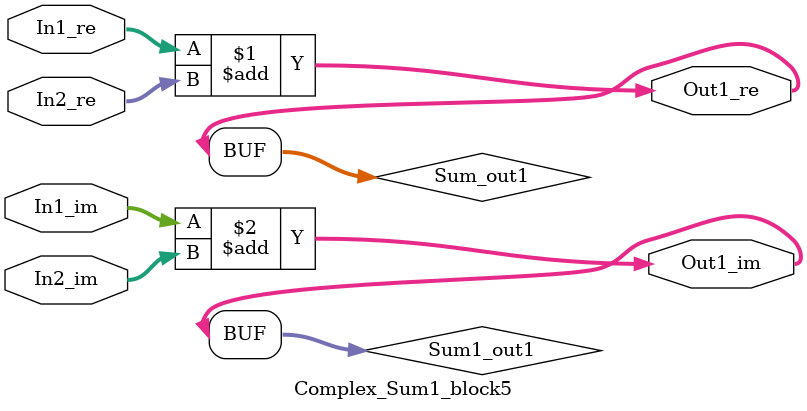
<source format=v>



`timescale 1 ns / 1 ns

module Complex_Sum1_block5
          (In1_re,
           In1_im,
           In2_re,
           In2_im,
           Out1_re,
           Out1_im);


  input   signed [36:0] In1_re;  // sfix37_En22
  input   signed [36:0] In1_im;  // sfix37_En22
  input   signed [36:0] In2_re;  // sfix37_En22
  input   signed [36:0] In2_im;  // sfix37_En22
  output  signed [36:0] Out1_re;  // sfix37_En22
  output  signed [36:0] Out1_im;  // sfix37_En22


  wire signed [36:0] Sum_out1;  // sfix37_En22
  wire signed [36:0] Sum1_out1;  // sfix37_En22


  assign Sum_out1 = In1_re + In2_re;



  assign Out1_re = Sum_out1;

  assign Sum1_out1 = In1_im + In2_im;



  assign Out1_im = Sum1_out1;

endmodule  // Complex_Sum1_block5


</source>
